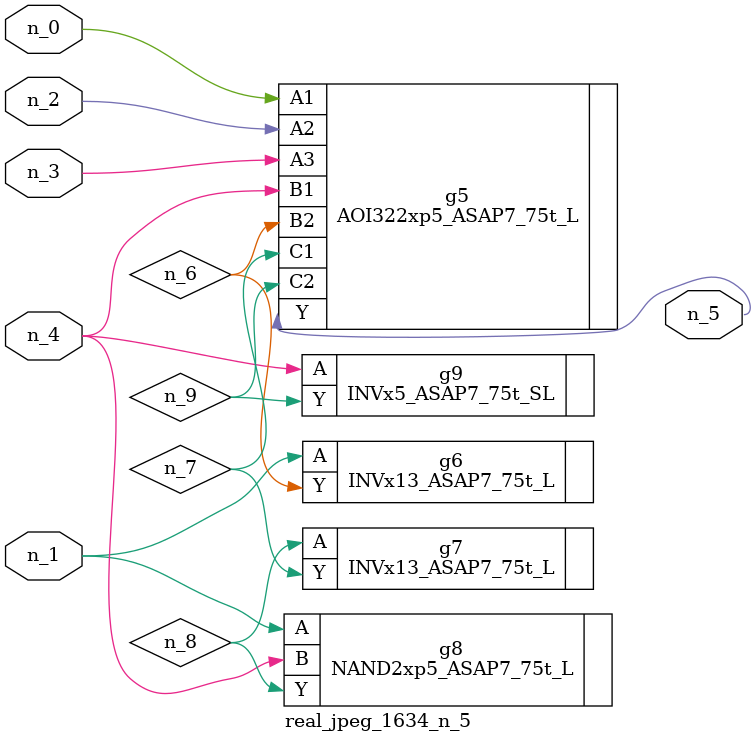
<source format=v>
module real_jpeg_1634_n_5 (n_4, n_0, n_1, n_2, n_3, n_5);

input n_4;
input n_0;
input n_1;
input n_2;
input n_3;

output n_5;

wire n_8;
wire n_6;
wire n_7;
wire n_9;

AOI322xp5_ASAP7_75t_L g5 ( 
.A1(n_0),
.A2(n_2),
.A3(n_3),
.B1(n_4),
.B2(n_6),
.C1(n_7),
.C2(n_9),
.Y(n_5)
);

INVx13_ASAP7_75t_L g6 ( 
.A(n_1),
.Y(n_6)
);

NAND2xp5_ASAP7_75t_L g8 ( 
.A(n_1),
.B(n_4),
.Y(n_8)
);

INVx5_ASAP7_75t_SL g9 ( 
.A(n_4),
.Y(n_9)
);

INVx13_ASAP7_75t_L g7 ( 
.A(n_8),
.Y(n_7)
);


endmodule
</source>
